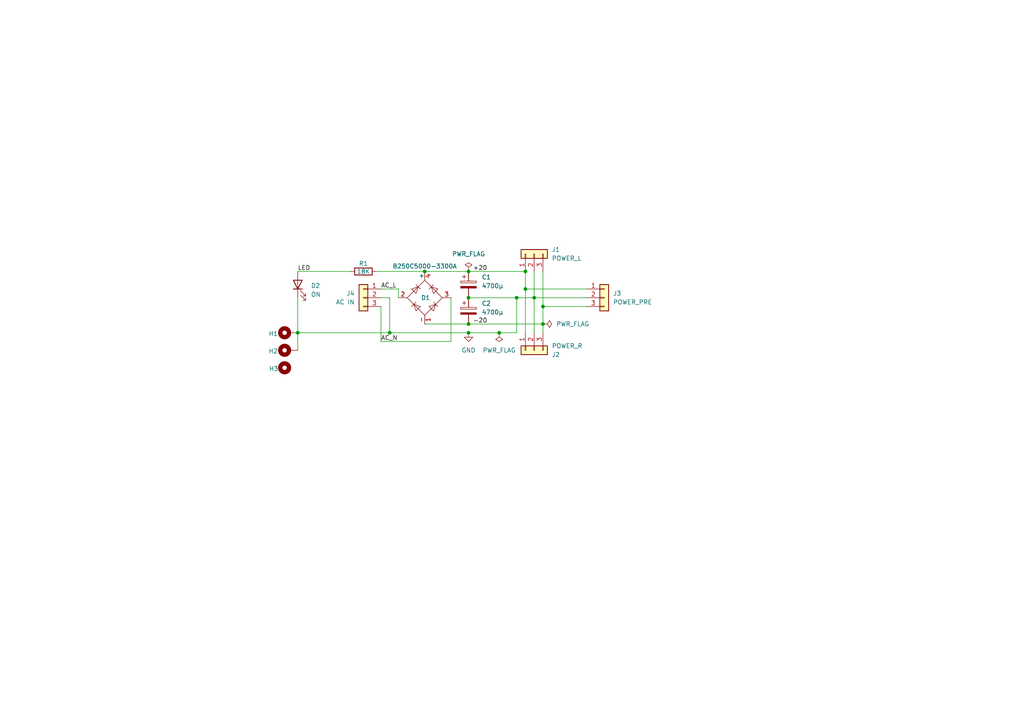
<source format=kicad_sch>
(kicad_sch (version 20231120) (generator "eeschema") (generator_version "8.0")
  (paper "A4")
  (title_block (title "Power Supply for TuchAudio 309 integrated amp") (date "2025-08-05") (rev "v1") (company "@zuiko21"))
  (lib_symbols
    (symbol "Connector_Generic:Conn_01x03" (pin_names (offset 1.016) hide)
      (property "Reference" "J" (at 0 5.08 0))
      (property "Value" "Conn_01x03" (at 0 -5.08 0))
      (symbol "Conn_01x03_1_1"
        (rectangle (start -1.27 -2.413) (end 0 -2.667) (stroke (width 0.1524)))
        (rectangle (start -1.27 0.127) (end 0 -0.127) (stroke (width 0.1524)))
        (rectangle (start -1.27 2.667) (end 0 2.413) (stroke (width 0.1524)))
        (rectangle (start -1.27 3.81) (end 1.27 -3.81) (stroke (width 0.254)) (fill (type background)))
        (pin passive line (at -5.08 2.54 0) (length 3.81) (name "Pin_1") (number "1"))
        (pin passive line (at -5.08 0 0) (length 3.81) (name "Pin_2") (number "2"))
        (pin passive line (at -5.08 -2.54 0) (length 3.81) (name "Pin_3") (number "3"))
      )
    )
    (symbol "Device:C_Polarized" (pin_numbers hide) (pin_names (offset 0.254))
      (property "Reference" "C" (at 0.635 2.54 0))
      (property "Value" "C_Polarized" (at 0.635 -2.54 0))
      (symbol "C_Polarized_0_1"
        (rectangle (start -2.286 0.508) (end 2.286 1.016))
        (polyline (pts (xy -1.778 2.286) (xy -0.762 2.286)))
        (polyline (pts (xy -1.27 2.794) (xy -1.27 1.778)))
        (rectangle (start 2.286 -0.508) (end -2.286 -1.016) (fill (type outline)))
      )
      (symbol "C_Polarized_1_1"
        (pin passive line (at 0 3.81 270) (length 2.794) (name "~") (number "1"))
        (pin passive line (at 0 -3.81 90) (length 2.794) (name "~") (number "2"))
      )
    )
    (symbol "Device:LED" (pin_numbers hide) (pin_names (offset 1.016) hide)
      (property "Reference" "D" (at 0 2.54 0))
      (property "Value" "LED" (at 0 -2.54 0))
      (symbol "LED_0_1"
        (polyline (pts (xy -1.27 -1.27) (xy -1.27 1.27)) (stroke (width 0.254)))
        (polyline (pts (xy -1.27 0) (xy 1.27 0)))
        (polyline (pts (xy 1.27 -1.27) (xy 1.27 1.27) (xy -1.27 0) (xy 1.27 -1.27)) (stroke (width 0.254)))
        (polyline (pts (xy -3.048 -0.762) (xy -4.572 -2.286) (xy -3.81 -2.286) (xy -4.572 -2.286) (xy -4.572 -1.524)))
        (polyline (pts (xy -1.778 -0.762) (xy -3.302 -2.286) (xy -2.54 -2.286) (xy -3.302 -2.286) (xy -3.302 -1.524)))
      )
      (symbol "LED_1_1"
        (pin passive line (at -3.81 0 0) (length 2.54) (name "K") (number "1"))
        (pin passive line (at 3.81 0 180) (length 2.54) (name "A") (number "2"))
      )
    )
    (symbol "Device:R" (pin_numbers hide) (pin_names (offset 0))
      (property "Reference" "R" (at 2.032 0 90))
      (property "Value" "R" (at 0 0 90))
      (symbol "R_0_1"
        (rectangle (start -1.016 -2.54) (end 1.016 2.54) (stroke (width 0.254)))
      )
      (symbol "R_1_1"
        (pin passive line (at 0 3.81 270) (length 1.27) (name "~") (number "1"))
        (pin passive line (at 0 -3.81 90) (length 1.27) (name "~") (number "2"))
      )
    )
    (symbol "Diode_Bridge:B250C5000-3x00A" (pin_names (offset 0))
      (property "Reference" "D" (at 2.54 6.985 0))
      (property "Value" "B250C5000-3x00A" (at 2.54 5.08 0))
      (symbol "B250C5000-3x00A_0_1"
        (polyline (pts (xy -2.54 3.81) (xy -1.27 2.54)))
        (polyline (pts (xy -1.27 -2.54) (xy -2.54 -3.81)))
        (polyline (pts (xy 2.54 -1.27) (xy 3.81 -2.54)))
        (polyline (pts (xy 2.54 1.27) (xy 3.81 2.54)))
        (polyline (pts (xy -3.81 2.54) (xy -2.54 1.27) (xy -1.905 3.175) (xy -3.81 2.54)))
        (polyline (pts (xy -2.54 -1.27) (xy -3.81 -2.54) (xy -1.905 -3.175) (xy -2.54 -1.27)))
        (polyline (pts (xy 1.27 2.54) (xy 2.54 3.81) (xy 3.175 1.905) (xy 1.27 2.54)))
        (polyline (pts (xy 3.175 -1.905) (xy 1.27 -2.54) (xy 2.54 -3.81) (xy 3.175 -1.905)))
        (polyline (pts (xy -5.08 0) (xy 0 -5.08) (xy 5.08 0) (xy 0 5.08) (xy -5.08 0)))
      )
      (symbol "B250C5000-3x00A_1_1"
        (pin passive line (at -7.62 0 0) (length 2.54) (name "-") (number "1"))
        (pin passive line (at 0 7.62 270) (length 2.54) (name "~") (number "2"))
        (pin passive line (at 0 -7.62 90) (length 2.54) (name "~") (number "3"))
        (pin passive line (at 7.62 0 180) (length 2.54) (name "+") (number "4"))
      )
    )
    (symbol "Mechanical:MountingHole" (pin_names (offset 1.016)) (exclude_from_sim yes) (in_bom no)
      (property "Reference" "H" (at 0 5.08 0))
      (property "Value" "MountingHole" (at 0 3.175 0))
      (symbol "MountingHole_0_1"
        (circle (center 0 0) (radius 1.27) (stroke (width 1.27)))
      )
    )
    (symbol "Mechanical:MountingHole_Pad" (pin_numbers hide) (pin_names (offset 1.016) hide) (exclude_from_sim yes) (in_bom no)
      (property "Reference" "H" (at 0 6.35 0))
      (property "Value" "MountingHole_Pad" (at 0 4.445 0))
      (symbol "MountingHole_Pad_0_1"
        (circle (center 0 1.27) (radius 1.27) (stroke (width 1.27)))
      )
      (symbol "MountingHole_Pad_1_1"
        (pin input line (at 0 -2.54 90) (length 2.54) (name "1") (number "1"))
      )
    )
    (symbol "power:GND" (power) (pin_numbers hide) (pin_names (offset 0) hide)
      (property "Value" "GND" (at 0 -3.81 0))
      (symbol "GND_0_1"
        (polyline (pts (xy 0 0) (xy 0 -1.27) (xy 1.27 -1.27) (xy 0 -2.54) (xy -1.27 -1.27) (xy 0 -1.27)))
      )
      (symbol "GND_1_1"
        (pin power_in line (at 0 0 270) (length 0) (name "~") (number "1"))
      )
    )
    (symbol "power:PWR_FLAG" (power) (pin_numbers hide) (pin_names (offset 0) hide)
      (property "Value" "PWR_FLAG" (at 0 3.81 0))
      (symbol "PWR_FLAG_0_0"
        (pin power_out line (at 0 0 90) (length 0) (name "~") (number "1"))
      )
      (symbol "PWR_FLAG_0_1"
        (polyline (pts (xy 0 0) (xy 0 1.27) (xy -1.016 1.905) (xy 0 2.54) (xy 1.016 1.905) (xy 0 1.27)))
      )
    )
  )
  (junction (at 113.03 96.52))
  (junction (at 86.36 96.52))
  (junction (at 135.89 86.36))
  (junction (at 135.89 96.52))
  (junction (at 154.94 86.36))
  (junction (at 152.4 83.82))
  (junction (at 157.48 88.9))
  (junction (at 144.78 96.52))
  (junction (at 135.89 93.98))
  (junction (at 157.48 93.98))
  (junction (at 123.19 78.74))
  (junction (at 149.86 86.36))
  (junction (at 135.89 78.74))
  (junction (at 152.4 78.74))
  (wire (pts (xy 154.94 86.36) (xy 170.18 86.36)))
  (wire (pts (xy 154.94 86.36) (xy 154.94 96.52)))
  (wire (pts (xy 149.86 86.36) (xy 154.94 86.36)))
  (wire (pts (xy 144.78 96.52) (xy 135.89 96.52)))
  (wire (pts (xy 123.19 93.98) (xy 135.89 93.98)))
  (wire (pts (xy 157.48 93.98) (xy 157.48 96.52)))
  (wire (pts (xy 135.89 93.98) (xy 157.48 93.98)))
  (wire (pts (xy 109.22 78.74) (xy 123.19 78.74)))
  (wire (pts (xy 152.4 83.82) (xy 170.18 83.82)))
  (wire (pts (xy 110.49 83.82) (xy 115.57 83.82)))
  (wire (pts (xy 157.48 88.9) (xy 157.48 93.98)))
  (wire (pts (xy 110.49 86.36) (xy 113.03 86.36)))
  (wire (pts (xy 154.94 78.74) (xy 154.94 86.36)))
  (wire (pts (xy 152.4 78.74) (xy 152.4 83.82)))
  (wire (pts (xy 149.86 86.36) (xy 135.89 86.36)))
  (wire (pts (xy 157.48 78.74) (xy 157.48 88.9)))
  (wire (pts (xy 152.4 83.82) (xy 152.4 96.52)))
  (wire (pts (xy 135.89 96.52) (xy 113.03 96.52)))
  (wire (pts (xy 110.49 88.9) (xy 110.49 99.06)))
  (wire (pts (xy 130.81 99.06) (xy 130.81 86.36)))
  (wire (pts (xy 110.49 99.06) (xy 130.81 99.06)))
  (wire (pts (xy 86.36 96.52) (xy 86.36 101.6)))
  (wire (pts (xy 123.19 78.74) (xy 135.89 78.74)))
  (wire (pts (xy 86.36 78.74) (xy 101.6 78.74)))
  (wire (pts (xy 86.36 86.36) (xy 86.36 96.52)))
  (wire (pts (xy 135.89 78.74) (xy 152.4 78.74)))
  (wire (pts (xy 170.18 88.9) (xy 157.48 88.9)))
  (wire (pts (xy 149.86 86.36) (xy 149.86 96.52)))
  (wire (pts (xy 149.86 96.52) (xy 144.78 96.52)))
  (wire (pts (xy 115.57 83.82) (xy 115.57 86.36)))
  (wire (pts (xy 113.03 96.52) (xy 113.03 86.36)))
  (wire (pts (xy 86.36 96.52) (xy 113.03 96.52)))
  (label "AC_L" (at 110.49 83.82 0))
  (label "AC_N" (at 110.49 99.06 0))
  (label "+20" (at 137.16 78.74 0))
  (label "-20" (at 137.16 93.98 0))
  (label "LED" (at 86.36 78.74 0))
  (symbol (lib_id "power:PWR_FLAG") (at 135.89 78.74 0) (unit 1)
    (property "Reference" "#FLG1" (effects (hide yes)))
    (property "Value" "PWR_FLAG" (at 135.89 73.66 0))
    (property "Description" "Special symbol for telling ERC where power comes from" (effects (hide yes)))
  )
  (symbol (lib_id "Connector_Generic:Conn_01x03") (at 154.94 73.66 90) (unit 1)
    (property "Reference" "J1" (at 160.02 72.3899 90) (effects (justify right)))
    (property "Value" "POWER_L" (at 160.02 74.9299 90) (effects (justify right)))
    (property "Footprint" "TerminalBlock:TerminalBlock_MaiXu_MX126-5.0-03P_1x03_P5.00mm" (effects (hide yes)))
    (property "Description" "Generic connector, single row, 01x03, script generated (kicad-library-utils/schlib/autogen/connector/)" (effects (hide yes)))
  )
  (symbol (lib_id "Connector_Generic:Conn_01x03") (at 154.94 101.6 90) (mirror x) (unit 1)
    (property "Reference" "J2" (at 160.02 102.8701 90) (effects (justify right)))
    (property "Value" "POWER_R" (at 160.02 100.3301 90) (effects (justify right)))
    (property "Footprint" "TerminalBlock:TerminalBlock_MaiXu_MX126-5.0-03P_1x03_P5.00mm" (effects (hide yes)))
    (property "Description" "Generic connector, single row, 01x03, script generated (kicad-library-utils/schlib/autogen/connector/)" (effects (hide yes)))
  )
  (symbol (lib_id "Device:C_Polarized") (at 135.89 82.55 0) (unit 1)
    (property "Reference" "C1" (at 139.7 80.3909 0) (effects (justify left)))
    (property "Value" "4700µ" (at 139.7 82.9309 0) (effects (justify left)))
    (property "Footprint" "Capacitor_THT:CP_Axial_L42.0mm_D29.0mm_P45.00mm_Horizontal" (effects (hide yes)))
    (property "Description" "Polarized capacitor" (effects (hide yes)))
  )
  (symbol (lib_id "Device:LED") (at 86.36 82.55 90) (unit 1)
    (property "Reference" "D2" (at 90.17 82.8674 90) (effects (justify right)))
    (property "Value" "ON" (at 90.17 85.4074 90) (effects (justify right)))
    (property "Footprint" "Connector_PinHeader_2.54mm:PinHeader_1x02_P2.54mm_Vertical" (effects (hide yes)))
    (property "Description" "Light emitting diode" (effects (hide yes)))
  )
  (symbol (lib_id "Mechanical:MountingHole") (at 82.55 106.68 0) (unit 1) (exclude_from_sim yes) (in_bom no)
    (property "Reference" "H3" (at 77.978 106.934 0) (effects (justify left)))
    (property "Value" "MountingHole" (effects (hide yes)))
    (property "Footprint" "MountingHole:MountingHole_3.2mm_M3_DIN965" (effects (hide yes)))
    (property "Description" "Mounting Hole without connection" (effects (hide yes)))
  )
  (symbol (lib_id "Connector_Generic:Conn_01x03") (at 105.41 86.36 0) (mirror y) (unit 1)
    (property "Reference" "J4" (at 102.87 85.0899 0) (effects (justify left)))
    (property "Value" "AC IN" (at 102.87 87.6299 0) (effects (justify left)))
    (property "Footprint" "TerminalBlock:TerminalBlock_MaiXu_MX126-5.0-03P_1x03_P5.00mm" (effects (hide yes)))
    (property "Description" "Generic connector, single row, 01x03, script generated (kicad-library-utils/schlib/autogen/connector/)" (effects (hide yes)))
  )
  (symbol (lib_id "Mechanical:MountingHole_Pad") (at 83.82 101.6 90) (unit 1) (exclude_from_sim yes) (in_bom no)
    (property "Reference" "H2" (at 79.248 101.854 90))
    (property "Value" "MountingHole_Pad" (effects (hide yes)))
    (property "Footprint" "MountingHole:MountingHole_3.2mm_M3_DIN965_Pad" (effects (hide yes)))
    (property "Description" "Mounting Hole with connection" (effects (hide yes)))
  )
  (symbol (lib_id "Device:R") (at 105.41 78.74 90) (unit 1)
    (property "Reference" "R1" (at 105.41 76.454 90))
    (property "Value" "18K" (at 105.41 78.74 90))
    (property "Footprint" "Resistor_THT:R_Axial_DIN0207_L6.3mm_D2.5mm_P10.16mm_Horizontal" (effects (hide yes)))
    (property "Description" "Resistor" (effects (hide yes)))
  )
  (symbol (lib_id "Device:C_Polarized") (at 135.89 90.17 0) (unit 1)
    (property "Reference" "C2" (at 139.7 88.0109 0) (effects (justify left)))
    (property "Value" "4700µ" (at 139.7 90.5509 0) (effects (justify left)))
    (property "Footprint" "Capacitor_THT:CP_Axial_L42.0mm_D29.0mm_P45.00mm_Horizontal" (effects (hide yes)))
    (property "Description" "Polarized capacitor" (effects (hide yes)))
  )
  (symbol (lib_id "Connector_Generic:Conn_01x03") (at 175.26 86.36 0) (unit 1)
    (property "Reference" "J3" (at 177.8 85.0899 0) (effects (justify left)))
    (property "Value" "POWER_PRE" (at 177.8 87.6299 0) (effects (justify left)))
    (property "Footprint" "Connector_PinHeader_2.54mm:PinHeader_1x03_P2.54mm_Vertical" (effects (hide yes)))
    (property "Description" "Generic connector, single row, 01x03, script generated (kicad-library-utils/schlib/autogen/connector/)" (effects (hide yes)))
  )
  (symbol (lib_id "power:GND") (at 135.89 96.52 0) (unit 1)
    (property "Reference" "#PWR1" (effects (hide yes)))
    (property "Value" "GND" (at 135.89 101.6 0))
    (property "Description" "Power symbol creates a global label with name \"GND\" , ground" (effects (hide yes)))
  )
  (symbol (lib_id "power:PWR_FLAG") (at 144.78 96.52 180) (unit 1)
    (property "Reference" "#FLG3" (effects (hide yes)))
    (property "Value" "PWR_FLAG" (at 144.78 101.6 0))
    (property "Description" "Special symbol for telling ERC where power comes from" (effects (hide yes)))
  )
  (symbol (lib_id "Mechanical:MountingHole_Pad") (at 83.82 96.52 90) (unit 1) (exclude_from_sim yes) (in_bom no)
    (property "Reference" "H1" (at 79.248 96.774 90))
    (property "Value" "MountingHole_Pad" (effects (hide yes)))
    (property "Footprint" "MountingHole:MountingHole_3.2mm_M3_DIN965_Pad" (effects (hide yes)))
    (property "Description" "Mounting Hole with connection" (effects (hide yes)))
  )
  (symbol (lib_id "power:PWR_FLAG") (at 157.48 93.98 270) (unit 1)
    (property "Reference" "#FLG2" (effects (hide yes)))
    (property "Value" "PWR_FLAG" (at 161.29 93.9799 90) (effects (justify left)))
    (property "Description" "Special symbol for telling ERC where power comes from" (effects (hide yes)))
  )
  (symbol (lib_id "Diode_Bridge:B250C5000-3x00A") (at 123.19 86.36 90) (unit 1)
    (property "Reference" "D1" (at 123.444 86.36 90))
    (property "Value" "B250C5000-3300A" (at 123.19 77.216 90))
    (property "Footprint" "Diode_THT:Diode_Bridge_32.0x5.6x17.0mm_P10.0mm_P7.5mm" (effects (hide yes)))
    (property "Datasheet" "https://diotec.com/tl_files/diotec/files/pdf/datasheets/b40c500033" (effects (hide yes)))
    (property "Description" "Silicon Bridge Rectifier, 250V Vrms, 3.3A If, pins=-AA+, SIL-package" (effects (hide yes)))
  )
)
</source>
